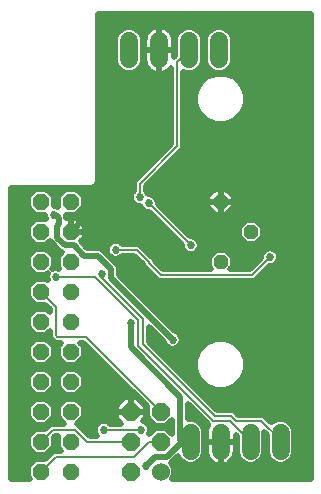
<source format=gbl>
G75*
%MOIN*%
%OFA0B0*%
%FSLAX24Y24*%
%IPPOS*%
%LPD*%
%AMOC8*
5,1,8,0,0,1.08239X$1,22.5*
%
%ADD10C,0.0600*%
%ADD11C,0.0600*%
%ADD12OC8,0.0600*%
%ADD13OC8,0.0540*%
%ADD14OC8,0.0480*%
%ADD15C,0.0200*%
%ADD16C,0.0270*%
%ADD17C,0.0080*%
D10*
X006650Y001414D02*
X006650Y002014D01*
X007650Y002014D02*
X007650Y001414D01*
X008650Y001414D02*
X008650Y002014D01*
X009650Y002014D02*
X009650Y001414D01*
X007600Y014464D02*
X007600Y015064D01*
X006600Y015064D02*
X006600Y014464D01*
X005600Y014464D02*
X005600Y015064D01*
X004600Y015064D02*
X004600Y014464D01*
D11*
X005650Y000714D03*
D12*
X005650Y001714D03*
X005650Y002714D03*
X004650Y002714D03*
X004650Y001714D03*
X004650Y000714D03*
D13*
X002650Y000714D03*
X002650Y001714D03*
X002650Y002714D03*
X002650Y003714D03*
X002650Y004714D03*
X002650Y005714D03*
X002650Y006714D03*
X002650Y007714D03*
X002650Y008714D03*
X002650Y009714D03*
X001650Y009714D03*
X001650Y008714D03*
X001650Y007714D03*
X001650Y006714D03*
X001650Y005714D03*
X001650Y004714D03*
X001650Y003714D03*
X001650Y002714D03*
X001650Y001714D03*
X001650Y000714D03*
D14*
X007650Y007714D03*
X008650Y008714D03*
X007650Y009714D03*
D15*
X000650Y010164D02*
X000650Y000464D01*
X001292Y000464D01*
X001220Y000536D01*
X001220Y000892D01*
X001472Y001144D01*
X001797Y001144D01*
X002067Y001414D01*
X002342Y001414D01*
X002220Y001536D01*
X002220Y001892D01*
X002242Y001914D01*
X002133Y001914D01*
X002080Y001862D01*
X002080Y001536D01*
X001828Y001284D01*
X001472Y001284D01*
X001220Y001536D01*
X001220Y001892D01*
X001472Y002144D01*
X001797Y002144D01*
X001967Y002314D01*
X002442Y002314D01*
X002220Y002536D01*
X002220Y002892D01*
X002472Y003144D01*
X002828Y003144D01*
X003080Y002892D01*
X003080Y002536D01*
X002858Y002314D01*
X002883Y002314D01*
X003000Y002197D01*
X003283Y001914D01*
X003533Y001914D01*
X003500Y001947D01*
X003455Y002056D01*
X003455Y002173D01*
X003500Y002281D01*
X003583Y002364D01*
X003691Y002409D01*
X003809Y002409D01*
X003917Y002364D01*
X003967Y002314D01*
X004343Y002314D01*
X004150Y002507D01*
X004150Y002714D01*
X004650Y002714D01*
X004650Y002714D01*
X004650Y002714D01*
X005150Y002714D01*
X005150Y002507D01*
X005052Y002409D01*
X005059Y002409D01*
X005167Y002364D01*
X005250Y002281D01*
X005295Y002173D01*
X005295Y002056D01*
X005263Y001978D01*
X005459Y002174D01*
X005841Y002174D01*
X006040Y001975D01*
X006040Y002454D01*
X005841Y002254D01*
X005459Y002254D01*
X005190Y002524D01*
X005190Y002892D01*
X003067Y005014D01*
X002958Y005014D01*
X003080Y004892D01*
X003080Y004536D01*
X002828Y004284D01*
X002472Y004284D01*
X002220Y004536D01*
X002220Y004892D01*
X002342Y005014D01*
X002117Y005014D01*
X002067Y005064D01*
X001950Y005182D01*
X001950Y005406D01*
X001828Y005284D01*
X001472Y005284D01*
X001220Y005536D01*
X001220Y005892D01*
X001472Y006144D01*
X001828Y006144D01*
X001950Y006022D01*
X001950Y006132D01*
X001797Y006284D01*
X001472Y006284D01*
X001220Y006536D01*
X001220Y006892D01*
X001472Y007144D01*
X001828Y007144D01*
X001882Y007090D01*
X001855Y007156D01*
X001855Y007273D01*
X001882Y007338D01*
X001828Y007284D01*
X001472Y007284D01*
X001220Y007536D01*
X001220Y007892D01*
X001472Y008144D01*
X001828Y008144D01*
X002080Y007892D01*
X002080Y007536D01*
X002026Y007482D01*
X002091Y007509D01*
X002209Y007509D01*
X002274Y007482D01*
X002220Y007536D01*
X002220Y007892D01*
X002351Y008024D01*
X002303Y008044D01*
X002053Y008294D01*
X001980Y008367D01*
X001959Y008416D01*
X001828Y008284D01*
X001472Y008284D01*
X001220Y008536D01*
X001220Y008892D01*
X001472Y009144D01*
X001828Y009144D01*
X001832Y009140D01*
X001805Y009206D01*
X001805Y009284D01*
X001472Y009284D01*
X001220Y009536D01*
X001220Y009892D01*
X001472Y010144D01*
X001828Y010144D01*
X002080Y009892D01*
X002080Y009559D01*
X002159Y009559D01*
X002224Y009532D01*
X002220Y009536D01*
X002220Y009892D01*
X002472Y010144D01*
X002828Y010144D01*
X003080Y009892D01*
X003080Y009536D01*
X002828Y009284D01*
X002482Y009284D01*
X002510Y009216D01*
X002510Y009184D01*
X002650Y009184D01*
X002650Y008714D01*
X002650Y008714D01*
X003120Y008714D01*
X003120Y008520D01*
X002991Y008391D01*
X003208Y008174D01*
X003602Y008174D01*
X003697Y008135D01*
X003770Y008062D01*
X004220Y007612D01*
X004260Y007516D01*
X004260Y007272D01*
X006133Y005399D01*
X006217Y005364D01*
X006300Y005281D01*
X006345Y005173D01*
X006345Y005056D01*
X006300Y004947D01*
X006217Y004864D01*
X006109Y004819D01*
X005991Y004819D01*
X005883Y004864D01*
X005800Y004947D01*
X005765Y005032D01*
X005250Y005547D01*
X005250Y005047D01*
X007533Y002764D01*
X008083Y002764D01*
X008233Y002614D01*
X009083Y002614D01*
X009341Y002356D01*
X009389Y002404D01*
X009558Y002474D01*
X009741Y002474D01*
X009911Y002404D01*
X010040Y002275D01*
X010110Y002106D01*
X010110Y001323D01*
X010040Y001154D01*
X009911Y001024D01*
X009741Y000954D01*
X009558Y000954D01*
X009389Y001024D01*
X009260Y001154D01*
X009190Y001323D01*
X009190Y001942D01*
X009110Y002022D01*
X009110Y001323D01*
X009040Y001154D01*
X008911Y001024D01*
X008741Y000954D01*
X008558Y000954D01*
X008389Y001024D01*
X008260Y001154D01*
X008190Y001323D01*
X008190Y001892D01*
X008150Y001932D01*
X008150Y001714D01*
X007650Y001714D01*
X007650Y000914D01*
X007650Y001714D01*
X007650Y001714D01*
X007650Y001714D01*
X007150Y001714D01*
X007150Y001375D01*
X007162Y001297D01*
X007187Y001222D01*
X007222Y001152D01*
X007269Y001089D01*
X007324Y001033D01*
X007388Y000987D01*
X007458Y000951D01*
X007533Y000927D01*
X007611Y000914D01*
X007650Y000914D01*
X007689Y000914D01*
X007767Y000927D01*
X007842Y000951D01*
X007912Y000987D01*
X007976Y001033D01*
X008031Y001089D01*
X008078Y001152D01*
X008113Y001222D01*
X008138Y001297D01*
X008150Y001375D01*
X008150Y001714D01*
X007650Y001714D01*
X007650Y001714D01*
X007150Y001714D01*
X007150Y002054D01*
X007162Y002131D01*
X007187Y002206D01*
X007222Y002276D01*
X007236Y002295D01*
X007200Y002332D01*
X006560Y002972D01*
X006560Y002474D01*
X006741Y002474D01*
X006911Y002404D01*
X007040Y002275D01*
X007110Y002106D01*
X007110Y001323D01*
X007040Y001154D01*
X006911Y001024D01*
X006741Y000954D01*
X006558Y000954D01*
X006389Y001024D01*
X006260Y001154D01*
X006230Y001227D01*
X006009Y001006D01*
X006040Y000975D01*
X006110Y000806D01*
X006110Y000623D01*
X006044Y000464D01*
X010650Y000464D01*
X010650Y015964D01*
X003550Y015964D01*
X003550Y010365D01*
X003512Y010273D01*
X003442Y010202D01*
X003350Y010164D01*
X000650Y010164D01*
X000650Y010139D02*
X001467Y010139D01*
X001268Y009941D02*
X000650Y009941D01*
X000650Y009742D02*
X001220Y009742D01*
X001220Y009544D02*
X000650Y009544D01*
X000650Y009345D02*
X001411Y009345D01*
X001276Y008948D02*
X000650Y008948D01*
X000650Y008750D02*
X001220Y008750D01*
X001220Y008551D02*
X000650Y008551D01*
X000650Y008353D02*
X001403Y008353D01*
X001283Y007956D02*
X000650Y007956D01*
X000650Y008154D02*
X002192Y008154D01*
X002283Y007956D02*
X002017Y007956D01*
X002080Y007757D02*
X002220Y007757D01*
X002220Y007559D02*
X002080Y007559D01*
X001855Y007162D02*
X000650Y007162D01*
X000650Y007360D02*
X001396Y007360D01*
X001220Y007559D02*
X000650Y007559D01*
X000650Y007757D02*
X001220Y007757D01*
X001291Y006963D02*
X000650Y006963D01*
X000650Y006765D02*
X001220Y006765D01*
X001220Y006566D02*
X000650Y006566D01*
X000650Y006368D02*
X001388Y006368D01*
X001298Y005971D02*
X000650Y005971D01*
X000650Y006169D02*
X001912Y006169D01*
X001919Y005375D02*
X001950Y005375D01*
X001955Y005177D02*
X000650Y005177D01*
X000650Y005375D02*
X001381Y005375D01*
X001472Y005144D02*
X001220Y004892D01*
X001220Y004536D01*
X001472Y004284D01*
X001828Y004284D01*
X002080Y004536D01*
X002080Y004892D01*
X001828Y005144D01*
X001472Y005144D01*
X001306Y004978D02*
X000650Y004978D01*
X000650Y004780D02*
X001220Y004780D01*
X001220Y004581D02*
X000650Y004581D01*
X000650Y004383D02*
X001373Y004383D01*
X001472Y004144D02*
X001220Y003892D01*
X001220Y003536D01*
X001472Y003284D01*
X001828Y003284D01*
X002080Y003536D01*
X002080Y003892D01*
X001828Y004144D01*
X001472Y004144D01*
X001313Y003986D02*
X000650Y003986D01*
X000650Y004184D02*
X003897Y004184D01*
X004096Y003986D02*
X002987Y003986D01*
X003080Y003892D02*
X002828Y004144D01*
X002472Y004144D01*
X002220Y003892D01*
X002220Y003536D01*
X002472Y003284D01*
X002828Y003284D01*
X003080Y003536D01*
X003080Y003892D01*
X003080Y003787D02*
X004294Y003787D01*
X004493Y003589D02*
X003080Y003589D01*
X002934Y003390D02*
X004691Y003390D01*
X004650Y003214D02*
X004650Y002714D01*
X004150Y002714D01*
X004150Y002921D01*
X004443Y003214D01*
X004650Y003214D01*
X004650Y002714D01*
X005150Y002714D01*
X005150Y002921D01*
X004857Y003214D01*
X004650Y003214D01*
X004650Y003192D02*
X004650Y003192D01*
X004650Y002993D02*
X004650Y002993D01*
X004650Y002795D02*
X004650Y002795D01*
X004650Y002714D02*
X004650Y002714D01*
X004259Y002398D02*
X003836Y002398D01*
X003664Y002398D02*
X002942Y002398D01*
X002998Y002199D02*
X003466Y002199D01*
X003478Y002001D02*
X003196Y002001D01*
X003080Y002596D02*
X004150Y002596D01*
X004150Y002795D02*
X003080Y002795D01*
X002979Y002993D02*
X004222Y002993D01*
X004420Y003192D02*
X000650Y003192D01*
X000650Y003390D02*
X001366Y003390D01*
X001472Y003144D02*
X001220Y002892D01*
X001220Y002536D01*
X001472Y002284D01*
X001828Y002284D01*
X002080Y002536D01*
X002080Y002892D01*
X001828Y003144D01*
X001472Y003144D01*
X001321Y002993D02*
X000650Y002993D01*
X000650Y002795D02*
X001220Y002795D01*
X001220Y002596D02*
X000650Y002596D01*
X000650Y002398D02*
X001358Y002398D01*
X001328Y002001D02*
X000650Y002001D01*
X000650Y002199D02*
X001852Y002199D01*
X001942Y002398D02*
X002358Y002398D01*
X002220Y002596D02*
X002080Y002596D01*
X002080Y002795D02*
X002220Y002795D01*
X002321Y002993D02*
X001979Y002993D01*
X001934Y003390D02*
X002366Y003390D01*
X002220Y003589D02*
X002080Y003589D01*
X002080Y003787D02*
X002220Y003787D01*
X002313Y003986D02*
X001987Y003986D01*
X001927Y004383D02*
X002373Y004383D01*
X002220Y004581D02*
X002080Y004581D01*
X002080Y004780D02*
X002220Y004780D01*
X002306Y004978D02*
X001994Y004978D01*
X001220Y005574D02*
X000650Y005574D01*
X000650Y005772D02*
X001220Y005772D01*
X001220Y003787D02*
X000650Y003787D01*
X000650Y003589D02*
X001220Y003589D01*
X001220Y001802D02*
X000650Y001802D01*
X000650Y001604D02*
X001220Y001604D01*
X001351Y001405D02*
X000650Y001405D01*
X000650Y001207D02*
X001860Y001207D01*
X001949Y001405D02*
X002058Y001405D01*
X002080Y001604D02*
X002220Y001604D01*
X002220Y001802D02*
X002080Y001802D01*
X001336Y001008D02*
X000650Y001008D01*
X000650Y000810D02*
X001220Y000810D01*
X001220Y000611D02*
X000650Y000611D01*
X002927Y004383D02*
X003699Y004383D01*
X003500Y004581D02*
X003080Y004581D01*
X003080Y004780D02*
X003302Y004780D01*
X003103Y004978D02*
X002994Y004978D01*
X004000Y007164D02*
X004000Y007464D01*
X003550Y007914D01*
X003100Y007914D01*
X002750Y008264D01*
X002450Y008264D01*
X002200Y008514D01*
X002200Y008914D01*
X002250Y008964D01*
X002250Y009164D01*
X002150Y009264D01*
X002100Y009264D01*
X001829Y009147D02*
X000650Y009147D01*
X001833Y010139D02*
X002467Y010139D01*
X002268Y009941D02*
X002032Y009941D01*
X002080Y009742D02*
X002220Y009742D01*
X002220Y009544D02*
X002196Y009544D01*
X002650Y009184D02*
X002650Y008714D01*
X003600Y009664D01*
X005500Y007764D01*
X005450Y007757D02*
X007250Y007757D01*
X007250Y007880D02*
X007250Y007549D01*
X007334Y007464D01*
X005733Y007464D01*
X005450Y007747D01*
X005450Y007797D01*
X005333Y007914D01*
X004933Y008314D01*
X004367Y008314D01*
X004317Y008364D01*
X004209Y008409D01*
X004091Y008409D01*
X003983Y008364D01*
X003900Y008281D01*
X003855Y008173D01*
X003855Y008056D01*
X003900Y007947D01*
X003983Y007864D01*
X004091Y007819D01*
X004209Y007819D01*
X004317Y007864D01*
X004367Y007914D01*
X004767Y007914D01*
X005050Y007632D01*
X005050Y007582D01*
X005450Y007182D01*
X005567Y007064D01*
X008783Y007064D01*
X009288Y007569D01*
X009359Y007569D01*
X009467Y007614D01*
X009550Y007697D01*
X009595Y007806D01*
X009595Y007923D01*
X009550Y008031D01*
X009467Y008114D01*
X009359Y008159D01*
X009241Y008159D01*
X009133Y008114D01*
X009050Y008031D01*
X009005Y007923D01*
X009005Y007852D01*
X008617Y007464D01*
X007966Y007464D01*
X008050Y007549D01*
X008050Y007880D01*
X007816Y008114D01*
X007484Y008114D01*
X007250Y007880D01*
X007326Y007956D02*
X005291Y007956D01*
X005093Y008154D02*
X006376Y008154D01*
X006355Y008206D02*
X006400Y008097D01*
X006483Y008014D01*
X006591Y007969D01*
X006709Y007969D01*
X006817Y008014D01*
X006900Y008097D01*
X006945Y008206D01*
X006945Y008323D01*
X006900Y008431D01*
X006817Y008514D01*
X006709Y008559D01*
X006638Y008559D01*
X005545Y009652D01*
X005545Y009723D01*
X005500Y009831D01*
X005417Y009914D01*
X005309Y009959D01*
X005230Y009959D01*
X005200Y010031D01*
X005150Y010082D01*
X005150Y010232D01*
X006283Y011364D01*
X006400Y011482D01*
X006400Y014049D01*
X006508Y014004D01*
X006691Y014004D01*
X006861Y014074D01*
X006990Y014204D01*
X007060Y014373D01*
X007060Y015156D01*
X006990Y015325D01*
X006861Y015454D01*
X006691Y015524D01*
X006508Y015524D01*
X006339Y015454D01*
X006210Y015325D01*
X006140Y015156D01*
X006140Y014587D01*
X006100Y014547D01*
X006100Y014764D01*
X005600Y014764D01*
X005600Y013964D01*
X005600Y014764D01*
X005600Y014764D01*
X005100Y014764D01*
X005100Y014425D01*
X005112Y014347D01*
X005137Y014272D01*
X005172Y014202D01*
X005219Y014139D01*
X005274Y014083D01*
X005338Y014037D01*
X005408Y014001D01*
X005483Y013977D01*
X005561Y013964D01*
X005600Y013964D01*
X005639Y013964D01*
X005717Y013977D01*
X005792Y014001D01*
X005862Y014037D01*
X005926Y014083D01*
X005981Y014139D01*
X006000Y014164D01*
X006000Y011647D01*
X004750Y010397D01*
X004750Y010082D01*
X004700Y010031D01*
X004655Y009923D01*
X004655Y009806D01*
X004700Y009697D01*
X004783Y009614D01*
X004891Y009569D01*
X004970Y009569D01*
X005000Y009497D01*
X005083Y009414D01*
X005191Y009369D01*
X005262Y009369D01*
X006355Y008277D01*
X006355Y008206D01*
X006279Y008353D02*
X004329Y008353D01*
X004075Y007757D02*
X004924Y007757D01*
X005073Y007559D02*
X004242Y007559D01*
X004260Y007360D02*
X005271Y007360D01*
X005470Y007162D02*
X004370Y007162D01*
X004569Y006963D02*
X010650Y006963D01*
X010650Y006765D02*
X004767Y006765D01*
X004966Y006566D02*
X010650Y006566D01*
X010650Y006368D02*
X005164Y006368D01*
X005363Y006169D02*
X010650Y006169D01*
X010650Y005971D02*
X005561Y005971D01*
X005760Y005772D02*
X010650Y005772D01*
X010650Y005574D02*
X005958Y005574D01*
X006191Y005375D02*
X010650Y005375D01*
X010650Y005177D02*
X006343Y005177D01*
X006313Y004978D02*
X007154Y004978D01*
X007174Y004998D02*
X006937Y004761D01*
X006809Y004452D01*
X006809Y004118D01*
X006937Y003809D01*
X007174Y003573D01*
X007483Y003445D01*
X007817Y003445D01*
X008126Y003573D01*
X008363Y003809D01*
X008491Y004118D01*
X008491Y004452D01*
X008363Y004761D01*
X008126Y004998D01*
X007817Y005126D01*
X007483Y005126D01*
X007174Y004998D01*
X006956Y004780D02*
X005517Y004780D01*
X005319Y004978D02*
X005787Y004978D01*
X005620Y005177D02*
X005250Y005177D01*
X005250Y005375D02*
X005421Y005375D01*
X005716Y004581D02*
X006863Y004581D01*
X006809Y004383D02*
X005914Y004383D01*
X006113Y004184D02*
X006809Y004184D01*
X006864Y003986D02*
X006311Y003986D01*
X006510Y003787D02*
X006959Y003787D01*
X007158Y003589D02*
X006708Y003589D01*
X006907Y003390D02*
X010650Y003390D01*
X010650Y003192D02*
X007105Y003192D01*
X007304Y002993D02*
X010650Y002993D01*
X010650Y002795D02*
X007502Y002795D01*
X007134Y002398D02*
X006917Y002398D01*
X006935Y002596D02*
X006560Y002596D01*
X006560Y002795D02*
X006737Y002795D01*
X006300Y003214D02*
X006300Y001764D01*
X006350Y001714D01*
X006650Y001714D01*
X006350Y001714D02*
X005850Y001214D01*
X005450Y001214D01*
X005150Y000914D01*
X005272Y002001D02*
X005286Y002001D01*
X005284Y002199D02*
X006040Y002199D01*
X006040Y002001D02*
X006014Y002001D01*
X006040Y002398D02*
X005984Y002398D01*
X006300Y003214D02*
X004650Y004864D01*
X004650Y005664D01*
X006050Y005114D02*
X004000Y007164D01*
X003896Y007956D02*
X003876Y007956D01*
X003855Y008154D02*
X003650Y008154D01*
X003971Y008353D02*
X003029Y008353D01*
X003120Y008551D02*
X006080Y008551D01*
X005882Y008750D02*
X003120Y008750D01*
X003120Y008714D02*
X003120Y008909D01*
X002845Y009184D01*
X002650Y009184D01*
X002650Y009147D02*
X002650Y009147D01*
X002650Y008948D02*
X002650Y008948D01*
X002650Y008750D02*
X002650Y008750D01*
X002650Y008714D02*
X002650Y008714D01*
X003120Y008714D01*
X003081Y008948D02*
X005683Y008948D01*
X005485Y009147D02*
X002882Y009147D01*
X002889Y009345D02*
X005286Y009345D01*
X004981Y009544D02*
X003080Y009544D01*
X003080Y009742D02*
X004681Y009742D01*
X004662Y009941D02*
X003032Y009941D01*
X002833Y010139D02*
X004750Y010139D01*
X004750Y010338D02*
X003539Y010338D01*
X003550Y010536D02*
X004889Y010536D01*
X005088Y010735D02*
X003550Y010735D01*
X003550Y010933D02*
X005286Y010933D01*
X005250Y010914D02*
X004850Y010914D01*
X003600Y009664D01*
X003550Y011132D02*
X005485Y011132D01*
X005683Y011330D02*
X003550Y011330D01*
X003550Y011529D02*
X005882Y011529D01*
X006000Y011664D02*
X005250Y010914D01*
X005455Y010536D02*
X010650Y010536D01*
X010650Y010735D02*
X005653Y010735D01*
X005852Y010933D02*
X010650Y010933D01*
X010650Y011132D02*
X006050Y011132D01*
X006249Y011330D02*
X010650Y011330D01*
X010650Y011529D02*
X006400Y011529D01*
X006400Y011727D02*
X010650Y011727D01*
X010650Y011926D02*
X006400Y011926D01*
X006400Y012124D02*
X010650Y012124D01*
X010650Y012323D02*
X007865Y012323D01*
X007817Y012303D02*
X008126Y012431D01*
X008363Y012667D01*
X008491Y012976D01*
X008491Y013311D01*
X008363Y013620D01*
X008126Y013856D01*
X007817Y013984D01*
X007483Y013984D01*
X007174Y013856D01*
X006937Y013620D01*
X006809Y013311D01*
X006809Y012976D01*
X006937Y012667D01*
X007174Y012431D01*
X007483Y012303D01*
X007817Y012303D01*
X007435Y012323D02*
X006400Y012323D01*
X006400Y012521D02*
X007083Y012521D01*
X006916Y012720D02*
X006400Y012720D01*
X006400Y012918D02*
X006833Y012918D01*
X006809Y013117D02*
X006400Y013117D01*
X006400Y013315D02*
X006811Y013315D01*
X006894Y013514D02*
X006400Y013514D01*
X006400Y013712D02*
X007030Y013712D01*
X007306Y013911D02*
X006400Y013911D01*
X006000Y013911D02*
X003550Y013911D01*
X003550Y014109D02*
X004304Y014109D01*
X004339Y014074D02*
X004210Y014204D01*
X004140Y014373D01*
X004140Y015156D01*
X004210Y015325D01*
X004339Y015454D01*
X004508Y015524D01*
X004691Y015524D01*
X004861Y015454D01*
X004990Y015325D01*
X005060Y015156D01*
X005060Y014373D01*
X004990Y014204D01*
X004861Y014074D01*
X004691Y014004D01*
X004508Y014004D01*
X004339Y014074D01*
X004167Y014308D02*
X003550Y014308D01*
X003550Y014506D02*
X004140Y014506D01*
X004140Y014705D02*
X003550Y014705D01*
X003550Y014903D02*
X004140Y014903D01*
X004140Y015102D02*
X003550Y015102D01*
X003550Y015300D02*
X004200Y015300D01*
X004447Y015499D02*
X003550Y015499D01*
X003550Y015697D02*
X010650Y015697D01*
X010650Y015499D02*
X007753Y015499D01*
X007691Y015524D02*
X007508Y015524D01*
X007339Y015454D01*
X007210Y015325D01*
X007140Y015156D01*
X007140Y014373D01*
X007210Y014204D01*
X007339Y014074D01*
X007508Y014004D01*
X007691Y014004D01*
X007861Y014074D01*
X007990Y014204D01*
X008060Y014373D01*
X008060Y015156D01*
X007990Y015325D01*
X007861Y015454D01*
X007691Y015524D01*
X007447Y015499D02*
X006753Y015499D01*
X006447Y015499D02*
X005849Y015499D01*
X005862Y015492D02*
X005792Y015528D01*
X005717Y015552D01*
X005639Y015564D01*
X005600Y015564D01*
X005561Y015564D01*
X005483Y015552D01*
X005408Y015528D01*
X005338Y015492D01*
X005274Y015446D01*
X005219Y015390D01*
X005172Y015326D01*
X005137Y015256D01*
X005112Y015181D01*
X005100Y015104D01*
X005100Y014764D01*
X005600Y014764D01*
X005600Y014764D01*
X005600Y014764D01*
X006100Y014764D01*
X006100Y015104D01*
X006088Y015181D01*
X006063Y015256D01*
X006028Y015326D01*
X005981Y015390D01*
X005926Y015446D01*
X005862Y015492D01*
X005600Y015499D02*
X005600Y015499D01*
X005600Y015564D02*
X005600Y014764D01*
X005600Y014764D01*
X005600Y015564D01*
X005600Y015300D02*
X005600Y015300D01*
X005600Y015102D02*
X005600Y015102D01*
X005600Y014903D02*
X005600Y014903D01*
X005600Y014705D02*
X005600Y014705D01*
X005600Y014506D02*
X005600Y014506D01*
X005600Y014308D02*
X005600Y014308D01*
X005600Y014109D02*
X005600Y014109D01*
X005952Y014109D02*
X006000Y014109D01*
X006000Y013712D02*
X003550Y013712D01*
X003550Y013514D02*
X006000Y013514D01*
X005950Y013364D02*
X006000Y013314D01*
X006000Y011664D01*
X006000Y011727D02*
X003550Y011727D01*
X003550Y011926D02*
X006000Y011926D01*
X006000Y012124D02*
X003550Y012124D01*
X003550Y012323D02*
X006000Y012323D01*
X006000Y012521D02*
X003550Y012521D01*
X003550Y012720D02*
X006000Y012720D01*
X006000Y012918D02*
X003550Y012918D01*
X003550Y013117D02*
X006000Y013117D01*
X006000Y013315D02*
X003550Y013315D01*
X004896Y014109D02*
X005248Y014109D01*
X005125Y014308D02*
X005033Y014308D01*
X005060Y014506D02*
X005100Y014506D01*
X005100Y014705D02*
X005060Y014705D01*
X005060Y014903D02*
X005100Y014903D01*
X005100Y015102D02*
X005060Y015102D01*
X005000Y015300D02*
X005159Y015300D01*
X005351Y015499D02*
X004753Y015499D01*
X003550Y015896D02*
X010650Y015896D01*
X010650Y015300D02*
X008000Y015300D01*
X008060Y015102D02*
X010650Y015102D01*
X010650Y014903D02*
X008060Y014903D01*
X008060Y014705D02*
X010650Y014705D01*
X010650Y014506D02*
X008060Y014506D01*
X008033Y014308D02*
X010650Y014308D01*
X010650Y014109D02*
X007896Y014109D01*
X007994Y013911D02*
X010650Y013911D01*
X010650Y013712D02*
X008270Y013712D01*
X008406Y013514D02*
X010650Y013514D01*
X010650Y013315D02*
X008489Y013315D01*
X008491Y013117D02*
X010650Y013117D01*
X010650Y012918D02*
X008467Y012918D01*
X008384Y012720D02*
X010650Y012720D01*
X010650Y012521D02*
X008217Y012521D01*
X007304Y014109D02*
X006896Y014109D01*
X007033Y014308D02*
X007167Y014308D01*
X007140Y014506D02*
X007060Y014506D01*
X007060Y014705D02*
X007140Y014705D01*
X007140Y014903D02*
X007060Y014903D01*
X007060Y015102D02*
X007140Y015102D01*
X007200Y015300D02*
X007000Y015300D01*
X006200Y015300D02*
X006041Y015300D01*
X006100Y015102D02*
X006140Y015102D01*
X006140Y014903D02*
X006100Y014903D01*
X006100Y014705D02*
X006140Y014705D01*
X005256Y010338D02*
X010650Y010338D01*
X010650Y010139D02*
X007847Y010139D01*
X007832Y010154D02*
X007650Y010154D01*
X007650Y009714D01*
X007650Y009274D01*
X007832Y009274D01*
X008090Y009532D01*
X008090Y009714D01*
X007650Y009714D01*
X007650Y009714D01*
X007650Y009274D01*
X007468Y009274D01*
X007210Y009532D01*
X007210Y009714D01*
X007650Y009714D01*
X007650Y009714D01*
X007650Y009714D01*
X008090Y009714D01*
X008090Y009897D01*
X007832Y010154D01*
X007650Y010154D02*
X007650Y009714D01*
X007210Y009714D01*
X007210Y009897D01*
X007468Y010154D01*
X007650Y010154D01*
X007650Y010139D02*
X007650Y010139D01*
X007453Y010139D02*
X005150Y010139D01*
X005353Y009941D02*
X007254Y009941D01*
X007210Y009742D02*
X005537Y009742D01*
X005653Y009544D02*
X007210Y009544D01*
X007397Y009345D02*
X005852Y009345D01*
X006050Y009147D02*
X010650Y009147D01*
X010650Y009345D02*
X007903Y009345D01*
X008090Y009544D02*
X010650Y009544D01*
X010650Y009742D02*
X008090Y009742D01*
X008046Y009941D02*
X010650Y009941D01*
X010650Y008948D02*
X008982Y008948D01*
X009050Y008880D02*
X008816Y009114D01*
X008484Y009114D01*
X008250Y008880D01*
X008250Y008549D01*
X008484Y008314D01*
X008816Y008314D01*
X009050Y008549D01*
X009050Y008880D01*
X009050Y008750D02*
X010650Y008750D01*
X010650Y008551D02*
X009050Y008551D01*
X008854Y008353D02*
X010650Y008353D01*
X010650Y008154D02*
X009371Y008154D01*
X009229Y008154D02*
X006924Y008154D01*
X006933Y008353D02*
X008446Y008353D01*
X008250Y008551D02*
X006728Y008551D01*
X006447Y008750D02*
X008250Y008750D01*
X008318Y008948D02*
X006249Y008948D01*
X005638Y007559D02*
X007250Y007559D01*
X007974Y007956D02*
X009019Y007956D01*
X008910Y007757D02*
X008050Y007757D01*
X008050Y007559D02*
X008712Y007559D01*
X009079Y007360D02*
X010650Y007360D01*
X010650Y007162D02*
X008880Y007162D01*
X009277Y007559D02*
X010650Y007559D01*
X010650Y007757D02*
X009575Y007757D01*
X009581Y007956D02*
X010650Y007956D01*
X010650Y004978D02*
X008146Y004978D01*
X008344Y004780D02*
X010650Y004780D01*
X010650Y004581D02*
X008437Y004581D01*
X008491Y004383D02*
X010650Y004383D01*
X010650Y004184D02*
X008491Y004184D01*
X008436Y003986D02*
X010650Y003986D01*
X010650Y003787D02*
X008341Y003787D01*
X008142Y003589D02*
X010650Y003589D01*
X010650Y002596D02*
X009101Y002596D01*
X009299Y002398D02*
X009383Y002398D01*
X009131Y002001D02*
X009110Y002001D01*
X009110Y001802D02*
X009190Y001802D01*
X009190Y001604D02*
X009110Y001604D01*
X009110Y001405D02*
X009190Y001405D01*
X009238Y001207D02*
X009062Y001207D01*
X008872Y001008D02*
X009428Y001008D01*
X009872Y001008D02*
X010650Y001008D01*
X010650Y001207D02*
X010062Y001207D01*
X010110Y001405D02*
X010650Y001405D01*
X010650Y001604D02*
X010110Y001604D01*
X010110Y001802D02*
X010650Y001802D01*
X010650Y002001D02*
X010110Y002001D01*
X010071Y002199D02*
X010650Y002199D01*
X010650Y002398D02*
X009917Y002398D01*
X010650Y000810D02*
X006108Y000810D01*
X006105Y000611D02*
X010650Y000611D01*
X008428Y001008D02*
X007942Y001008D01*
X008105Y001207D02*
X008238Y001207D01*
X008190Y001405D02*
X008150Y001405D01*
X008150Y001604D02*
X008190Y001604D01*
X008190Y001802D02*
X008150Y001802D01*
X007650Y001604D02*
X007650Y001604D01*
X007650Y001405D02*
X007650Y001405D01*
X007650Y001207D02*
X007650Y001207D01*
X007650Y001008D02*
X007650Y001008D01*
X007358Y001008D02*
X006872Y001008D01*
X007062Y001207D02*
X007195Y001207D01*
X007150Y001405D02*
X007110Y001405D01*
X007110Y001604D02*
X007150Y001604D01*
X007150Y001802D02*
X007110Y001802D01*
X007110Y002001D02*
X007150Y002001D01*
X007184Y002199D02*
X007071Y002199D01*
X006238Y001207D02*
X006210Y001207D01*
X006012Y001008D02*
X006428Y001008D01*
X005316Y002398D02*
X005086Y002398D01*
X005150Y002596D02*
X005190Y002596D01*
X005190Y002795D02*
X005150Y002795D01*
X005088Y002993D02*
X005078Y002993D01*
X004890Y003192D02*
X004880Y003192D01*
X001994Y008353D02*
X001897Y008353D01*
X007650Y009345D02*
X007650Y009345D01*
X007650Y009544D02*
X007650Y009544D01*
X007650Y009714D02*
X007650Y009714D01*
X007650Y009742D02*
X007650Y009742D01*
X007650Y009941D02*
X007650Y009941D01*
D16*
X006650Y008264D03*
X005500Y007764D03*
X005250Y009664D03*
X004950Y009864D03*
X004150Y008114D03*
X003700Y007314D03*
X004650Y005664D03*
X006050Y005114D03*
X005000Y002114D03*
X005150Y000914D03*
X003750Y002114D03*
X002150Y007214D03*
X002100Y009264D03*
X005950Y013364D03*
X009300Y007864D03*
D17*
X008700Y007264D01*
X005650Y007264D01*
X005250Y007664D01*
X005250Y007714D01*
X004850Y008114D01*
X004150Y008114D01*
X003700Y007314D02*
X003700Y007164D01*
X005050Y005814D01*
X005050Y004964D01*
X007450Y002564D01*
X008000Y002564D01*
X008150Y002414D01*
X009000Y002414D01*
X009650Y001764D01*
X009650Y001714D01*
X008650Y001714D02*
X007950Y002414D01*
X007400Y002414D01*
X004900Y004914D01*
X004900Y005764D01*
X003450Y007214D01*
X002150Y007214D01*
X001650Y006714D02*
X002150Y006214D01*
X002150Y005264D01*
X002200Y005214D01*
X003150Y005214D01*
X005650Y002714D01*
X005000Y002114D02*
X003750Y002114D01*
X003200Y001714D02*
X002800Y002114D01*
X002050Y002114D01*
X001650Y001714D01*
X002150Y001214D02*
X001650Y000714D01*
X002150Y001214D02*
X004750Y001214D01*
X005250Y001714D01*
X005650Y001714D01*
X004650Y001714D02*
X003200Y001714D01*
X006650Y008264D02*
X005250Y009664D01*
X004950Y009864D02*
X004950Y010314D01*
X006200Y011564D01*
X006200Y014364D01*
X006600Y014764D01*
M02*

</source>
